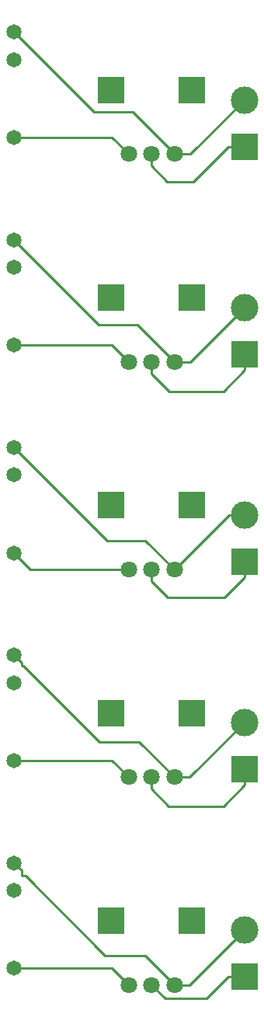
<source format=gbr>
G04 #@! TF.GenerationSoftware,KiCad,Pcbnew,(5.0.1-3-g963ef8bb5)*
G04 #@! TF.CreationDate,2019-10-31T13:33:25-05:00*
G04 #@! TF.ProjectId,ec_trim_12hp_module,65635F7472696D5F313268705F6D6F64,rev?*
G04 #@! TF.SameCoordinates,Original*
G04 #@! TF.FileFunction,Copper,L1,Top,Signal*
G04 #@! TF.FilePolarity,Positive*
%FSLAX46Y46*%
G04 Gerber Fmt 4.6, Leading zero omitted, Abs format (unit mm)*
G04 Created by KiCad (PCBNEW (5.0.1-3-g963ef8bb5)) date Thursday, October 31, 2019 at 01:33:25 PM*
%MOMM*%
%LPD*%
G01*
G04 APERTURE LIST*
G04 #@! TA.AperFunction,ComponentPad*
%ADD10C,3.000000*%
G04 #@! TD*
G04 #@! TA.AperFunction,ComponentPad*
%ADD11R,3.000000X3.000000*%
G04 #@! TD*
G04 #@! TA.AperFunction,ComponentPad*
%ADD12C,1.800000*%
G04 #@! TD*
G04 #@! TA.AperFunction,ComponentPad*
%ADD13C,1.650000*%
G04 #@! TD*
G04 #@! TA.AperFunction,Conductor*
%ADD14C,0.250000*%
G04 #@! TD*
G04 APERTURE END LIST*
D10*
G04 #@! TO.P,J1004,2*
G04 #@! TO.N,Net-(J1004-Pad2)*
X107601000Y-116459000D03*
D11*
G04 #@! TO.P,J1004,1*
G04 #@! TO.N,Net-(J1004-Pad1)*
X107601000Y-121539000D03*
G04 #@! TD*
G04 #@! TO.P,J1005,1*
G04 #@! TO.N,Net-(J1005-Pad1)*
X107601000Y-144145000D03*
D10*
G04 #@! TO.P,J1005,2*
G04 #@! TO.N,Net-(J1005-Pad2)*
X107601000Y-139065000D03*
G04 #@! TD*
D11*
G04 #@! TO.P,RV1002,*
G04 #@! TO.N,*
X93055000Y-70182750D03*
X101855000Y-70182750D03*
D12*
G04 #@! TO.P,RV1002,1*
G04 #@! TO.N,Net-(RV1002-Pad1)*
X94955000Y-77182750D03*
G04 #@! TO.P,RV1002,3*
G04 #@! TO.N,Net-(J1002-Pad2)*
X99955000Y-77182750D03*
G04 #@! TO.P,RV1002,2*
G04 #@! TO.N,Net-(J1002-Pad1)*
X97455000Y-77182750D03*
G04 #@! TD*
D11*
G04 #@! TO.P,RV1004,*
G04 #@! TO.N,*
X93055000Y-115444250D03*
X101855000Y-115444250D03*
D12*
G04 #@! TO.P,RV1004,1*
G04 #@! TO.N,Net-(RV1004-Pad1)*
X94955000Y-122444250D03*
G04 #@! TO.P,RV1004,3*
G04 #@! TO.N,Net-(J1004-Pad2)*
X99955000Y-122444250D03*
G04 #@! TO.P,RV1004,2*
G04 #@! TO.N,Net-(J1004-Pad1)*
X97455000Y-122444250D03*
G04 #@! TD*
G04 #@! TO.P,RV1005,2*
G04 #@! TO.N,Net-(J1005-Pad1)*
X97455000Y-145075000D03*
G04 #@! TO.P,RV1005,3*
G04 #@! TO.N,Net-(J1005-Pad2)*
X99955000Y-145075000D03*
G04 #@! TO.P,RV1005,1*
G04 #@! TO.N,Net-(RV1005-Pad1)*
X94955000Y-145075000D03*
D11*
G04 #@! TO.P,RV1005,*
G04 #@! TO.N,*
X101855000Y-138075000D03*
X93055000Y-138075000D03*
G04 #@! TD*
D12*
G04 #@! TO.P,RV1003,2*
G04 #@! TO.N,Net-(J1003-Pad1)*
X97455000Y-99813500D03*
G04 #@! TO.P,RV1003,3*
G04 #@! TO.N,Net-(J1003-Pad2)*
X99955000Y-99813500D03*
G04 #@! TO.P,RV1003,1*
G04 #@! TO.N,Net-(RV1003-Pad1)*
X94955000Y-99813500D03*
D11*
G04 #@! TO.P,RV1003,*
G04 #@! TO.N,*
X101855000Y-92813500D03*
X93055000Y-92813500D03*
G04 #@! TD*
D10*
G04 #@! TO.P,J1002,2*
G04 #@! TO.N,Net-(J1002-Pad2)*
X107601000Y-71247000D03*
D11*
G04 #@! TO.P,J1002,1*
G04 #@! TO.N,Net-(J1002-Pad1)*
X107601000Y-76327000D03*
G04 #@! TD*
G04 #@! TO.P,J1003,1*
G04 #@! TO.N,Net-(J1003-Pad1)*
X107601000Y-98933000D03*
D10*
G04 #@! TO.P,J1003,2*
G04 #@! TO.N,Net-(J1003-Pad2)*
X107601000Y-93853000D03*
G04 #@! TD*
D13*
G04 #@! TO.P,U1004,P$3*
G04 #@! TO.N,Net-(J1004-Pad2)*
X82455000Y-109144250D03*
G04 #@! TO.P,U1004,P$2*
G04 #@! TO.N,Net-(U1004-PadP$2)*
X82455000Y-112144250D03*
G04 #@! TO.P,U1004,P$1*
G04 #@! TO.N,Net-(RV1004-Pad1)*
X82455000Y-120644250D03*
G04 #@! TD*
G04 #@! TO.P,U1005,P$1*
G04 #@! TO.N,Net-(RV1005-Pad1)*
X82455000Y-143275000D03*
G04 #@! TO.P,U1005,P$2*
G04 #@! TO.N,Net-(U1005-PadP$2)*
X82455000Y-134775000D03*
G04 #@! TO.P,U1005,P$3*
G04 #@! TO.N,Net-(J1005-Pad2)*
X82455000Y-131775000D03*
G04 #@! TD*
G04 #@! TO.P,U1002,P$3*
G04 #@! TO.N,Net-(J1002-Pad2)*
X82455000Y-63882750D03*
G04 #@! TO.P,U1002,P$2*
G04 #@! TO.N,Net-(U1002-PadP$2)*
X82455000Y-66882750D03*
G04 #@! TO.P,U1002,P$1*
G04 #@! TO.N,Net-(RV1002-Pad1)*
X82455000Y-75382750D03*
G04 #@! TD*
G04 #@! TO.P,U1003,P$1*
G04 #@! TO.N,Net-(RV1003-Pad1)*
X82455000Y-98013500D03*
G04 #@! TO.P,U1003,P$2*
G04 #@! TO.N,Net-(U1003-PadP$2)*
X82455000Y-89513500D03*
G04 #@! TO.P,U1003,P$3*
G04 #@! TO.N,Net-(J1003-Pad2)*
X82455000Y-86513500D03*
G04 #@! TD*
D11*
G04 #@! TO.P,J1001,1*
G04 #@! TO.N,Net-(J1001-Pad1)*
X107601000Y-53721000D03*
D10*
G04 #@! TO.P,J1001,2*
G04 #@! TO.N,Net-(J1001-Pad2)*
X107601000Y-48641000D03*
G04 #@! TD*
D12*
G04 #@! TO.P,RV1001,2*
G04 #@! TO.N,Net-(J1001-Pad1)*
X97455000Y-54552000D03*
G04 #@! TO.P,RV1001,3*
G04 #@! TO.N,Net-(J1001-Pad2)*
X99955000Y-54552000D03*
G04 #@! TO.P,RV1001,1*
G04 #@! TO.N,Net-(RV1001-Pad1)*
X94955000Y-54552000D03*
D11*
G04 #@! TO.P,RV1001,*
G04 #@! TO.N,*
X101855000Y-47552000D03*
X93055000Y-47552000D03*
G04 #@! TD*
D13*
G04 #@! TO.P,U1001,P$1*
G04 #@! TO.N,Net-(RV1001-Pad1)*
X82455000Y-52752000D03*
G04 #@! TO.P,U1001,P$2*
G04 #@! TO.N,Net-(U1001-PadP$2)*
X82455000Y-44252000D03*
G04 #@! TO.P,U1001,P$3*
G04 #@! TO.N,Net-(J1001-Pad2)*
X82455000Y-41252000D03*
G04 #@! TD*
D14*
G04 #@! TO.N,Net-(J1001-Pad1)*
X97455000Y-55824792D02*
X99161208Y-57531000D01*
X97455000Y-54552000D02*
X97455000Y-55824792D01*
X105851000Y-53721000D02*
X107601000Y-53721000D01*
X102041000Y-57531000D02*
X105851000Y-53721000D01*
X99161208Y-57531000D02*
X102041000Y-57531000D01*
G04 #@! TO.N,Net-(J1001-Pad2)*
X82455000Y-41252000D02*
X91186000Y-49983000D01*
X95386000Y-49983000D02*
X99955000Y-54552000D01*
X91186000Y-49983000D02*
X95386000Y-49983000D01*
X101690000Y-54552000D02*
X107601000Y-48641000D01*
X99955000Y-54552000D02*
X101690000Y-54552000D01*
G04 #@! TO.N,Net-(J1002-Pad2)*
X82455000Y-63882750D02*
X91724250Y-73152000D01*
X95924250Y-73152000D02*
X99955000Y-77182750D01*
X91724250Y-73152000D02*
X95924250Y-73152000D01*
X101665250Y-77182750D02*
X107601000Y-71247000D01*
X99955000Y-77182750D02*
X101665250Y-77182750D01*
G04 #@! TO.N,Net-(J1002-Pad1)*
X107601000Y-78077000D02*
X107601000Y-76327000D01*
X105287000Y-80391000D02*
X107601000Y-78077000D01*
X99390458Y-80391000D02*
X105287000Y-80391000D01*
X97455000Y-78455542D02*
X99390458Y-80391000D01*
X97455000Y-77182750D02*
X97455000Y-78455542D01*
G04 #@! TO.N,Net-(J1003-Pad1)*
X107601000Y-100683000D02*
X107601000Y-98933000D01*
X105414000Y-102870000D02*
X107601000Y-100683000D01*
X99238708Y-102870000D02*
X105414000Y-102870000D01*
X97455000Y-101086292D02*
X99238708Y-102870000D01*
X97455000Y-99813500D02*
X97455000Y-101086292D01*
G04 #@! TO.N,Net-(J1003-Pad2)*
X105915500Y-93853000D02*
X107601000Y-93853000D01*
X99955000Y-99813500D02*
X105915500Y-93853000D01*
X82455000Y-86513500D02*
X92588500Y-96647000D01*
X96788500Y-96647000D02*
X99955000Y-99813500D01*
X92588500Y-96647000D02*
X96788500Y-96647000D01*
G04 #@! TO.N,Net-(J1004-Pad2)*
X101615750Y-122444250D02*
X107601000Y-116459000D01*
X99955000Y-122444250D02*
X101615750Y-122444250D01*
X83279999Y-109969249D02*
X83279999Y-110330999D01*
X82455000Y-109144250D02*
X83279999Y-109969249D01*
X83478159Y-110330999D02*
X91765160Y-118618000D01*
X83279999Y-110330999D02*
X83478159Y-110330999D01*
X96128750Y-118618000D02*
X99955000Y-122444250D01*
X91765160Y-118618000D02*
X96128750Y-118618000D01*
G04 #@! TO.N,Net-(J1004-Pad1)*
X107601000Y-123289000D02*
X107601000Y-121539000D01*
X99340958Y-125603000D02*
X105287000Y-125603000D01*
X97455000Y-123717042D02*
X99340958Y-125603000D01*
X105287000Y-125603000D02*
X107601000Y-123289000D01*
X97455000Y-122444250D02*
X97455000Y-123717042D01*
G04 #@! TO.N,Net-(J1005-Pad1)*
X97455000Y-145075000D02*
X98938000Y-146558000D01*
X105851000Y-144145000D02*
X107601000Y-144145000D01*
X103438000Y-146558000D02*
X105851000Y-144145000D01*
X98938000Y-146558000D02*
X103438000Y-146558000D01*
G04 #@! TO.N,Net-(J1005-Pad2)*
X101591000Y-145075000D02*
X107601000Y-139065000D01*
X99955000Y-145075000D02*
X101591000Y-145075000D01*
X83279999Y-132599999D02*
X83279999Y-133190999D01*
X82455000Y-131775000D02*
X83279999Y-132599999D01*
X83707409Y-133190999D02*
X92375410Y-141859000D01*
X83279999Y-133190999D02*
X83707409Y-133190999D01*
X96739000Y-141859000D02*
X99955000Y-145075000D01*
X92375410Y-141859000D02*
X96739000Y-141859000D01*
G04 #@! TO.N,Net-(RV1001-Pad1)*
X93155000Y-52752000D02*
X94955000Y-54552000D01*
X82455000Y-52752000D02*
X93155000Y-52752000D01*
G04 #@! TO.N,Net-(RV1002-Pad1)*
X93155000Y-75382750D02*
X94955000Y-77182750D01*
X82455000Y-75382750D02*
X93155000Y-75382750D01*
G04 #@! TO.N,Net-(RV1003-Pad1)*
X84255000Y-99813500D02*
X94955000Y-99813500D01*
X82455000Y-98013500D02*
X84255000Y-99813500D01*
G04 #@! TO.N,Net-(RV1004-Pad1)*
X93155000Y-120644250D02*
X94955000Y-122444250D01*
X82455000Y-120644250D02*
X93155000Y-120644250D01*
G04 #@! TO.N,Net-(RV1005-Pad1)*
X93155000Y-143275000D02*
X94955000Y-145075000D01*
X82455000Y-143275000D02*
X93155000Y-143275000D01*
G04 #@! TD*
M02*

</source>
